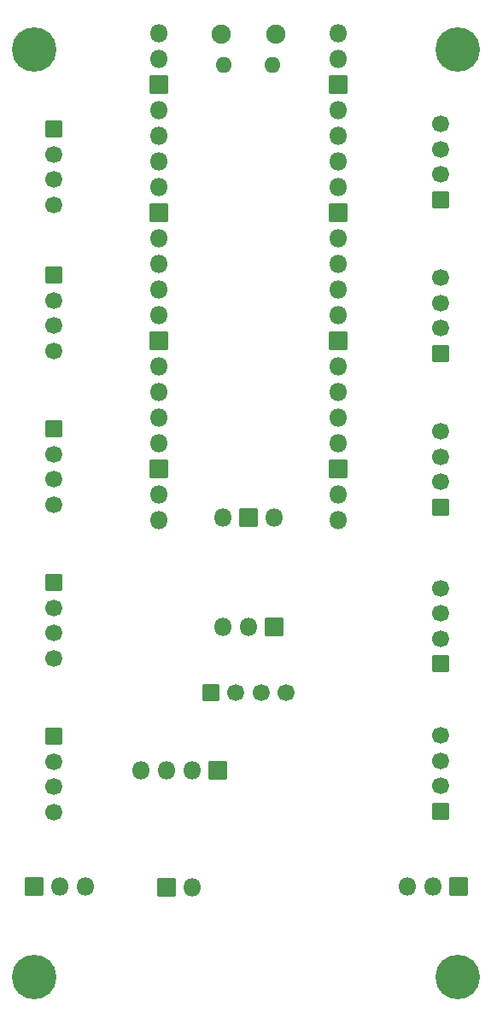
<source format=gbr>
G04 #@! TF.GenerationSoftware,KiCad,Pcbnew,(6.0.1)*
G04 #@! TF.CreationDate,2022-02-21T22:15:09-08:00*
G04 #@! TF.ProjectId,pico-pcb,7069636f-2d70-4636-922e-6b696361645f,rev?*
G04 #@! TF.SameCoordinates,Original*
G04 #@! TF.FileFunction,Soldermask,Bot*
G04 #@! TF.FilePolarity,Negative*
%FSLAX46Y46*%
G04 Gerber Fmt 4.6, Leading zero omitted, Abs format (unit mm)*
G04 Created by KiCad (PCBNEW (6.0.1)) date 2022-02-21 22:15:09*
%MOMM*%
%LPD*%
G01*
G04 APERTURE LIST*
G04 Aperture macros list*
%AMRoundRect*
0 Rectangle with rounded corners*
0 $1 Rounding radius*
0 $2 $3 $4 $5 $6 $7 $8 $9 X,Y pos of 4 corners*
0 Add a 4 corners polygon primitive as box body*
4,1,4,$2,$3,$4,$5,$6,$7,$8,$9,$2,$3,0*
0 Add four circle primitives for the rounded corners*
1,1,$1+$1,$2,$3*
1,1,$1+$1,$4,$5*
1,1,$1+$1,$6,$7*
1,1,$1+$1,$8,$9*
0 Add four rect primitives between the rounded corners*
20,1,$1+$1,$2,$3,$4,$5,0*
20,1,$1+$1,$4,$5,$6,$7,0*
20,1,$1+$1,$6,$7,$8,$9,0*
20,1,$1+$1,$8,$9,$2,$3,0*%
G04 Aperture macros list end*
%ADD10RoundRect,0.051000X-0.795000X0.795000X-0.795000X-0.795000X0.795000X-0.795000X0.795000X0.795000X0*%
%ADD11C,1.692000*%
%ADD12RoundRect,0.051000X0.795000X-0.795000X0.795000X0.795000X-0.795000X0.795000X-0.795000X-0.795000X0*%
%ADD13RoundRect,0.051000X-0.795000X-0.795000X0.795000X-0.795000X0.795000X0.795000X-0.795000X0.795000X0*%
%ADD14O,1.802000X1.802000*%
%ADD15RoundRect,0.051000X-0.850000X-0.850000X0.850000X-0.850000X0.850000X0.850000X-0.850000X0.850000X0*%
%ADD16O,1.602000X1.602000*%
%ADD17O,1.902000X1.902000*%
%ADD18RoundRect,0.051000X-0.850000X0.850000X-0.850000X-0.850000X0.850000X-0.850000X0.850000X0.850000X0*%
%ADD19RoundRect,0.051000X0.850000X-0.850000X0.850000X0.850000X-0.850000X0.850000X-0.850000X-0.850000X0*%
%ADD20C,4.402000*%
G04 APERTURE END LIST*
D10*
X155956000Y-41910000D03*
D11*
X155956000Y-44410000D03*
X155956000Y-46910000D03*
X155956000Y-49410000D03*
D10*
X155956000Y-56388000D03*
D11*
X155956000Y-58888000D03*
X155956000Y-61388000D03*
X155956000Y-63888000D03*
D10*
X155956000Y-71628000D03*
D11*
X155956000Y-74128000D03*
X155956000Y-76628000D03*
X155956000Y-79128000D03*
D10*
X155956000Y-86868000D03*
D11*
X155956000Y-89368000D03*
X155956000Y-91868000D03*
X155956000Y-94368000D03*
D10*
X155973000Y-102108000D03*
D11*
X155973000Y-104608000D03*
X155973000Y-107108000D03*
X155973000Y-109608000D03*
D12*
X194293000Y-48895000D03*
D11*
X194293000Y-46395000D03*
X194293000Y-43895000D03*
X194293000Y-41395000D03*
D12*
X194293000Y-64135000D03*
D11*
X194293000Y-61635000D03*
X194293000Y-59135000D03*
X194293000Y-56635000D03*
D12*
X194293000Y-79375000D03*
D11*
X194293000Y-76875000D03*
X194293000Y-74375000D03*
X194293000Y-71875000D03*
D12*
X194310000Y-94922500D03*
D11*
X194310000Y-92422500D03*
X194310000Y-89922500D03*
X194310000Y-87422500D03*
D12*
X194310000Y-109527500D03*
D11*
X194310000Y-107027500D03*
X194310000Y-104527500D03*
X194310000Y-102027500D03*
X179023500Y-97773000D03*
X176523500Y-97773000D03*
X174023500Y-97773000D03*
D13*
X171523500Y-97773000D03*
D14*
X177800000Y-80415000D03*
D15*
X175260000Y-80415000D03*
D14*
X172720000Y-80415000D03*
X184150000Y-32385000D03*
X184150000Y-34925000D03*
D15*
X184150000Y-37465000D03*
D14*
X184150000Y-40005000D03*
X184150000Y-42545000D03*
X184150000Y-45085000D03*
X184150000Y-47625000D03*
D15*
X184150000Y-50165000D03*
D14*
X184150000Y-52705000D03*
X184150000Y-55245000D03*
X184150000Y-57785000D03*
X184150000Y-60325000D03*
D15*
X184150000Y-62865000D03*
D14*
X184150000Y-65405000D03*
X184150000Y-67945000D03*
X184150000Y-70485000D03*
X184150000Y-73025000D03*
D15*
X184150000Y-75565000D03*
D14*
X184150000Y-78105000D03*
X184150000Y-80645000D03*
X166370000Y-80645000D03*
X166370000Y-78105000D03*
D15*
X166370000Y-75565000D03*
D14*
X166370000Y-73025000D03*
X166370000Y-70485000D03*
X166370000Y-67945000D03*
X166370000Y-65405000D03*
D15*
X166370000Y-62865000D03*
D14*
X166370000Y-60325000D03*
X166370000Y-57785000D03*
X166370000Y-55245000D03*
X166370000Y-52705000D03*
D15*
X166370000Y-50165000D03*
D14*
X166370000Y-47625000D03*
X166370000Y-45085000D03*
X166370000Y-42545000D03*
X166370000Y-40005000D03*
D15*
X166370000Y-37465000D03*
D14*
X166370000Y-34925000D03*
X166370000Y-32385000D03*
D16*
X177685000Y-35545000D03*
D17*
X172535000Y-32515000D03*
D16*
X172835000Y-35545000D03*
D17*
X177985000Y-32515000D03*
D18*
X196088000Y-116967000D03*
D14*
X193548000Y-116967000D03*
X191008000Y-116967000D03*
D19*
X154051000Y-117030500D03*
D14*
X156591000Y-117030500D03*
X159131000Y-117030500D03*
D19*
X167152000Y-117069000D03*
D14*
X169692000Y-117069000D03*
D18*
X177800000Y-91211000D03*
D14*
X175260000Y-91211000D03*
X172720000Y-91211000D03*
D18*
X172202000Y-105435000D03*
D14*
X169662000Y-105435000D03*
X167122000Y-105435000D03*
X164582000Y-105435000D03*
D20*
X154000000Y-34000000D03*
X154000000Y-126000000D03*
X196000000Y-34000000D03*
X196000000Y-126000000D03*
M02*

</source>
